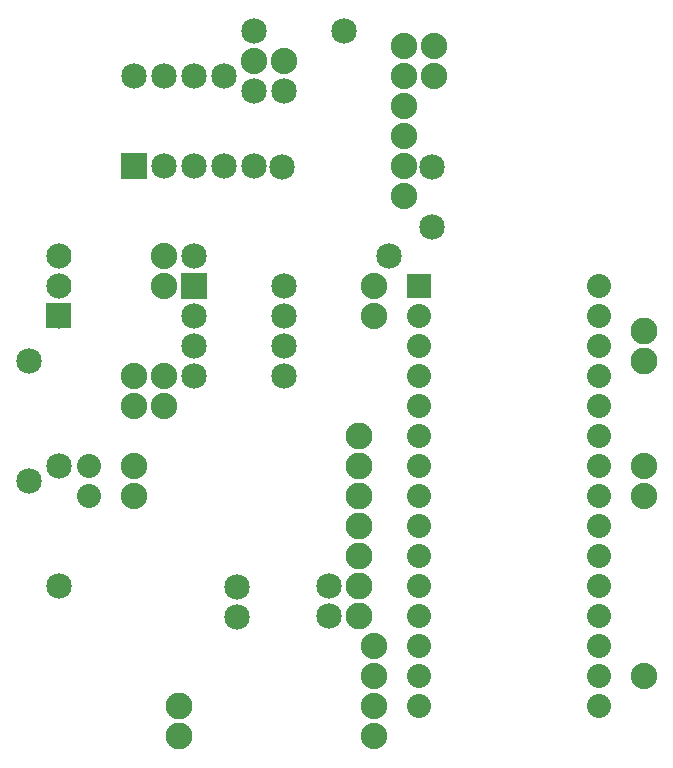
<source format=gts>
G04 MADE WITH FRITZING*
G04 WWW.FRITZING.ORG*
G04 DOUBLE SIDED*
G04 HOLES PLATED*
G04 CONTOUR ON CENTER OF CONTOUR VECTOR*
%ASAXBY*%
%FSLAX23Y23*%
%MOIN*%
%OFA0B0*%
%SFA1.0B1.0*%
%ADD10C,0.088000*%
%ADD11C,0.085000*%
%ADD12C,0.080000*%
%ADD13C,0.084000*%
%ADD14C,0.089370*%
%ADD15R,0.085000X0.085000*%
%ADD16R,0.079972X0.080000*%
%ADD17R,0.001000X0.001000*%
%LNMASK1*%
G90*
G70*
G54D10*
X1501Y2280D03*
X1501Y2380D03*
G54D11*
X901Y2430D03*
X1201Y2430D03*
X701Y1580D03*
X1001Y1580D03*
X701Y1480D03*
X1001Y1480D03*
X701Y1380D03*
X1001Y1380D03*
X701Y1280D03*
X1001Y1280D03*
G54D10*
X501Y980D03*
X501Y880D03*
X601Y1180D03*
X601Y1280D03*
G54D11*
X501Y1980D03*
X501Y2280D03*
X601Y1980D03*
X601Y2280D03*
X701Y1980D03*
X701Y2280D03*
X801Y1980D03*
X801Y2280D03*
G54D10*
X601Y1580D03*
X601Y1680D03*
X501Y1280D03*
X501Y1180D03*
X901Y2330D03*
X1001Y2330D03*
X1301Y1480D03*
X1301Y1580D03*
X2201Y980D03*
X2201Y880D03*
X1301Y80D03*
X1301Y180D03*
X1301Y280D03*
X1301Y380D03*
G54D11*
X845Y579D03*
X1151Y580D03*
X845Y479D03*
X1151Y480D03*
X901Y1980D03*
X901Y2230D03*
X701Y1680D03*
X1351Y1680D03*
X995Y1979D03*
X1001Y2230D03*
X1495Y1779D03*
X1495Y1979D03*
G54D12*
X351Y980D03*
X351Y880D03*
G54D11*
X251Y980D03*
X251Y580D03*
G54D13*
X251Y1480D03*
X251Y1580D03*
X251Y1680D03*
X251Y1480D03*
X251Y1580D03*
X251Y1680D03*
G54D11*
X151Y1330D03*
X151Y930D03*
G54D10*
X2201Y280D03*
X1401Y1880D03*
X1401Y1980D03*
X1401Y2080D03*
X1401Y2180D03*
X1401Y2280D03*
X1401Y2380D03*
G54D12*
X1451Y1580D03*
X1451Y1480D03*
X1451Y1380D03*
X1451Y1280D03*
X1451Y1180D03*
X1451Y1080D03*
X1451Y980D03*
X1451Y880D03*
X1451Y780D03*
X1451Y680D03*
X1451Y580D03*
X1451Y480D03*
X1451Y380D03*
X1451Y280D03*
X1451Y180D03*
X2051Y1580D03*
X2051Y1480D03*
X2051Y1380D03*
X2051Y1280D03*
X2051Y1180D03*
X2051Y1080D03*
X2051Y980D03*
X2051Y880D03*
X2051Y780D03*
X2051Y680D03*
X2051Y580D03*
X2051Y480D03*
X2051Y380D03*
X2051Y280D03*
X2051Y180D03*
G54D14*
X1251Y480D03*
X1251Y580D03*
X1251Y680D03*
X1251Y780D03*
X1251Y880D03*
X1251Y980D03*
X1251Y1080D03*
X651Y180D03*
X651Y80D03*
X2201Y1430D03*
X2201Y1330D03*
G54D15*
X701Y1580D03*
X501Y1980D03*
G54D16*
X1451Y1580D03*
G54D17*
X209Y1523D02*
X291Y1523D01*
X209Y1522D02*
X292Y1522D01*
X209Y1521D02*
X292Y1521D01*
X209Y1520D02*
X292Y1520D01*
X209Y1519D02*
X292Y1519D01*
X209Y1518D02*
X292Y1518D01*
X209Y1517D02*
X292Y1517D01*
X209Y1516D02*
X292Y1516D01*
X209Y1515D02*
X292Y1515D01*
X209Y1514D02*
X292Y1514D01*
X209Y1513D02*
X292Y1513D01*
X209Y1512D02*
X292Y1512D01*
X209Y1511D02*
X292Y1511D01*
X209Y1510D02*
X292Y1510D01*
X209Y1509D02*
X292Y1509D01*
X209Y1508D02*
X292Y1508D01*
X209Y1507D02*
X292Y1507D01*
X209Y1506D02*
X292Y1506D01*
X209Y1505D02*
X292Y1505D01*
X209Y1504D02*
X292Y1504D01*
X209Y1503D02*
X292Y1503D01*
X209Y1502D02*
X292Y1502D01*
X209Y1501D02*
X292Y1501D01*
X209Y1500D02*
X292Y1500D01*
X209Y1499D02*
X292Y1499D01*
X209Y1498D02*
X292Y1498D01*
X209Y1497D02*
X292Y1497D01*
X209Y1496D02*
X246Y1496D01*
X254Y1496D02*
X292Y1496D01*
X209Y1495D02*
X243Y1495D01*
X257Y1495D02*
X292Y1495D01*
X209Y1494D02*
X242Y1494D01*
X259Y1494D02*
X292Y1494D01*
X209Y1493D02*
X240Y1493D01*
X260Y1493D02*
X292Y1493D01*
X209Y1492D02*
X239Y1492D01*
X261Y1492D02*
X292Y1492D01*
X209Y1491D02*
X238Y1491D01*
X262Y1491D02*
X292Y1491D01*
X209Y1490D02*
X237Y1490D01*
X263Y1490D02*
X292Y1490D01*
X209Y1489D02*
X237Y1489D01*
X263Y1489D02*
X292Y1489D01*
X209Y1488D02*
X236Y1488D01*
X264Y1488D02*
X292Y1488D01*
X209Y1487D02*
X236Y1487D01*
X265Y1487D02*
X292Y1487D01*
X209Y1486D02*
X235Y1486D01*
X265Y1486D02*
X292Y1486D01*
X209Y1485D02*
X235Y1485D01*
X265Y1485D02*
X292Y1485D01*
X209Y1484D02*
X235Y1484D01*
X265Y1484D02*
X292Y1484D01*
X209Y1483D02*
X235Y1483D01*
X265Y1483D02*
X292Y1483D01*
X209Y1482D02*
X235Y1482D01*
X265Y1482D02*
X292Y1482D01*
X209Y1481D02*
X235Y1481D01*
X266Y1481D02*
X292Y1481D01*
X209Y1480D02*
X235Y1480D01*
X265Y1480D02*
X292Y1480D01*
X209Y1479D02*
X235Y1479D01*
X265Y1479D02*
X292Y1479D01*
X209Y1478D02*
X235Y1478D01*
X265Y1478D02*
X292Y1478D01*
X209Y1477D02*
X235Y1477D01*
X265Y1477D02*
X292Y1477D01*
X209Y1476D02*
X235Y1476D01*
X265Y1476D02*
X292Y1476D01*
X209Y1475D02*
X236Y1475D01*
X264Y1475D02*
X292Y1475D01*
X209Y1474D02*
X236Y1474D01*
X264Y1474D02*
X292Y1474D01*
X209Y1473D02*
X237Y1473D01*
X263Y1473D02*
X292Y1473D01*
X209Y1472D02*
X238Y1472D01*
X262Y1472D02*
X292Y1472D01*
X209Y1471D02*
X239Y1471D01*
X261Y1471D02*
X292Y1471D01*
X209Y1470D02*
X240Y1470D01*
X260Y1470D02*
X292Y1470D01*
X209Y1469D02*
X241Y1469D01*
X259Y1469D02*
X292Y1469D01*
X209Y1468D02*
X243Y1468D01*
X257Y1468D02*
X292Y1468D01*
X209Y1467D02*
X245Y1467D01*
X255Y1467D02*
X292Y1467D01*
X209Y1466D02*
X292Y1466D01*
X209Y1465D02*
X292Y1465D01*
X209Y1464D02*
X292Y1464D01*
X209Y1463D02*
X292Y1463D01*
X209Y1462D02*
X292Y1462D01*
X209Y1461D02*
X292Y1461D01*
X209Y1460D02*
X292Y1460D01*
X209Y1459D02*
X292Y1459D01*
X209Y1458D02*
X292Y1458D01*
X209Y1457D02*
X292Y1457D01*
X209Y1456D02*
X292Y1456D01*
X209Y1455D02*
X292Y1455D01*
X209Y1454D02*
X292Y1454D01*
X209Y1453D02*
X292Y1453D01*
X209Y1452D02*
X292Y1452D01*
X209Y1451D02*
X292Y1451D01*
X209Y1450D02*
X292Y1450D01*
X209Y1449D02*
X292Y1449D01*
X209Y1448D02*
X292Y1448D01*
X209Y1447D02*
X292Y1447D01*
X209Y1446D02*
X292Y1446D01*
X209Y1445D02*
X292Y1445D01*
X209Y1444D02*
X292Y1444D01*
X209Y1443D02*
X292Y1443D01*
X209Y1442D02*
X292Y1442D01*
X209Y1441D02*
X292Y1441D01*
X209Y1440D02*
X292Y1440D01*
D02*
G04 End of Mask1*
M02*
</source>
